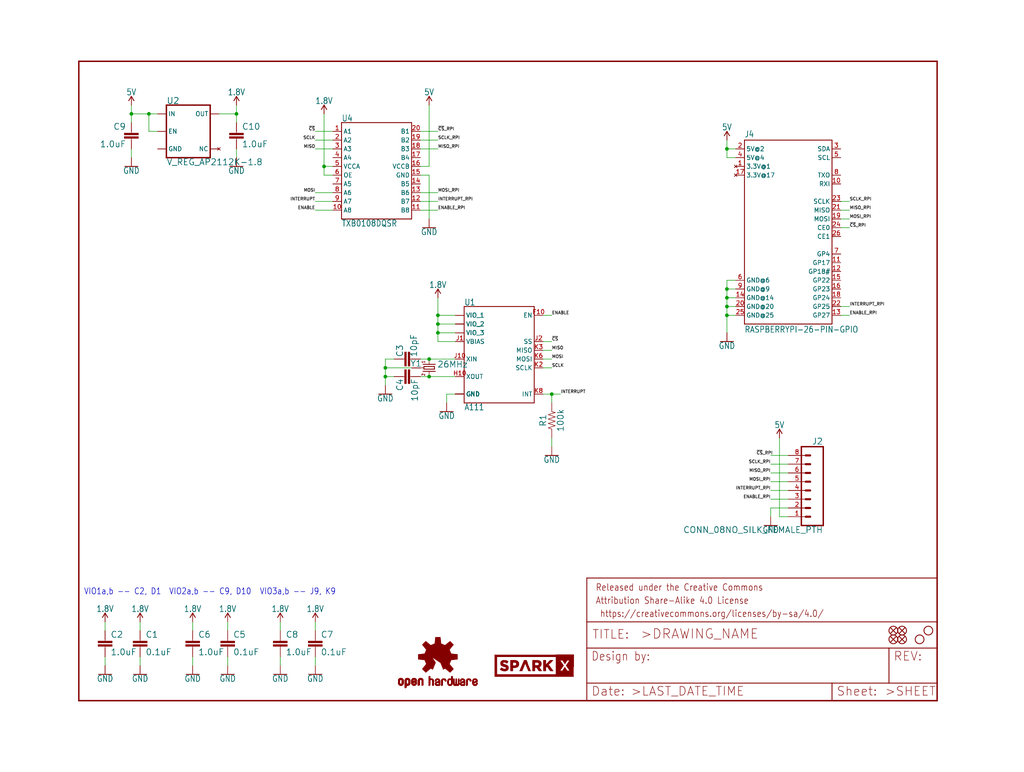
<source format=kicad_sch>
(kicad_sch (version 20211123) (generator eeschema)
  (paper "User" 297.002 223.926)
  (lib_symbols
    (symbol "eagleSchem-eagle-import:0.1UF-0603-25V-(+80{slash}-20%)"
      (property "Reference" "C" (at 1.524 2.921 0))
      (property "Value" "0.1UF-0603-25V-(+80{slash}-20%)" (at 1.524 -2.159 0))
      (symbol "0.1UF-0603-25V-(+80{slash}-20%)_1_0"
        (pin passive line (at 0 5.08 270) (length 2.54) (name "1") (number "1"))
        (pin passive line (at 0 -2.54 90) (length 2.54) (name "2") (number "2"))
      )
    )
    (symbol "eagleSchem-eagle-import:1.0UF-0603-16V-10%"
      (property "Reference" "C" (at 1.524 2.921 0))
      (property "Value" "1.0UF-0603-16V-10%" (at 1.524 -2.159 0))
      (symbol "1.0UF-0603-16V-10%_1_0"
        (pin passive line (at 0 5.08 270) (length 2.54) (name "1") (number "1"))
        (pin passive line (at 0 -2.54 90) (length 2.54) (name "2") (number "2"))
      )
    )
    (symbol "eagleSchem-eagle-import:1.8V" (power)
      (property "Value" "1.8V" (at 0 2.794 0))
      (symbol "1.8V_1_0"
        (pin power_in line (at 0 0 90) (length 2.54) (name "1.8V") (number "1"))
      )
    )
    (symbol "eagleSchem-eagle-import:100KOHM-0603-1{slash}10W-1%"
      (property "Reference" "R" (at 0 1.524 0))
      (property "Value" "100KOHM-0603-1{slash}10W-1%" (at 0 -1.524 0))
      (symbol "100KOHM-0603-1{slash}10W-1%_1_0"
        (pin passive line (at -5.08 0 0) (length 2.54) (name "1") (number "1"))
        (pin passive line (at 5.08 0 180) (length 2.54) (name "2") (number "2"))
      )
    )
    (symbol "eagleSchem-eagle-import:10PF-0603-50V-5%"
      (property "Reference" "C" (at 1.524 2.921 0))
      (property "Value" "10PF-0603-50V-5%" (at 1.524 -2.159 0))
      (symbol "10PF-0603-50V-5%_1_0"
        (pin passive line (at 0 5.08 270) (length 2.54) (name "1") (number "1"))
        (pin passive line (at 0 -2.54 90) (length 2.54) (name "2") (number "2"))
      )
    )
    (symbol "eagleSchem-eagle-import:5V" (power)
      (property "Value" "5V" (at 0 2.794 0))
      (symbol "5V_1_0"
        (pin power_in line (at 0 0 90) (length 2.54) (name "5V") (number "1"))
      )
    )
    (symbol "eagleSchem-eagle-import:A111"
      (property "Reference" "U" (at -10.16 15.494 0))
      (property "Value" "A111" (at -10.16 -12.954 0))
      (symbol "A111_1_0"
        (pin bidirectional line (at -12.7 -10.16 0) (length 2.54) (name "GND") (number "A3"))
        (pin bidirectional line (at -12.7 -10.16 0) (length 2.54) (name "GND") (number "A4"))
        (pin bidirectional line (at -12.7 -10.16 0) (length 2.54) (name "GND") (number "A5"))
        (pin bidirectional line (at -12.7 -10.16 0) (length 2.54) (name "GND") (number "A6"))
        (pin bidirectional line (at -12.7 -10.16 0) (length 2.54) (name "GND") (number "A7"))
        (pin bidirectional line (at -12.7 -10.16 0) (length 2.54) (name "GND") (number "A8"))
        (pin bidirectional line (at -12.7 -10.16 0) (length 2.54) (name "GND") (number "A9"))
        (pin bidirectional line (at -12.7 -10.16 0) (length 2.54) (name "GND") (number "B10"))
        (pin bidirectional line (at -12.7 -10.16 0) (length 2.54) (name "GND") (number "B2"))
        (pin bidirectional line (at -12.7 -10.16 0) (length 2.54) (name "GND") (number "B9"))
        (pin bidirectional line (at -12.7 -10.16 0) (length 2.54) (name "GND") (number "C1"))
        (pin bidirectional line (at -12.7 -10.16 0) (length 2.54) (name "GND") (number "C10"))
        (pin bidirectional line (at -12.7 12.7 0) (length 2.54) (name "VIO_1") (number "C2"))
        (pin bidirectional line (at -12.7 10.16 0) (length 2.54) (name "VIO_2") (number "C9"))
        (pin bidirectional line (at -12.7 12.7 0) (length 2.54) (name "VIO_1") (number "D1"))
        (pin bidirectional line (at -12.7 10.16 0) (length 2.54) (name "VIO_2") (number "D10"))
        (pin bidirectional line (at -12.7 -10.16 0) (length 2.54) (name "GND") (number "D2"))
        (pin bidirectional line (at -12.7 -10.16 0) (length 2.54) (name "GND") (number "D9"))
        (pin bidirectional line (at -12.7 -10.16 0) (length 2.54) (name "GND") (number "E1"))
        (pin bidirectional line (at -12.7 -10.16 0) (length 2.54) (name "GND") (number "E10"))
        (pin bidirectional line (at -12.7 -10.16 0) (length 2.54) (name "GND") (number "E2"))
        (pin bidirectional line (at -12.7 -10.16 0) (length 2.54) (name "GND") (number "E9"))
        (pin bidirectional line (at -12.7 -10.16 0) (length 2.54) (name "GND") (number "F1"))
        (pin bidirectional line (at 12.7 12.7 180) (length 2.54) (name "EN") (number "F10"))
        (pin bidirectional line (at -12.7 -10.16 0) (length 2.54) (name "GND") (number "F2"))
        (pin bidirectional line (at -12.7 -10.16 0) (length 2.54) (name "GND") (number "F9"))
        (pin bidirectional line (at -12.7 -10.16 0) (length 2.54) (name "GND") (number "G1"))
        (pin bidirectional line (at -12.7 -10.16 0) (length 2.54) (name "GND") (number "G10"))
        (pin bidirectional line (at -12.7 -10.16 0) (length 2.54) (name "GND") (number "H1"))
        (pin bidirectional line (at -12.7 -5.08 0) (length 2.54) (name "XOUT") (number "H10"))
        (pin bidirectional line (at -12.7 -10.16 0) (length 2.54) (name "GND") (number "H2"))
        (pin bidirectional line (at -12.7 -10.16 0) (length 2.54) (name "GND") (number "H9"))
        (pin bidirectional line (at -12.7 5.08 0) (length 2.54) (name "VBIAS") (number "J1"))
        (pin bidirectional line (at -12.7 0 0) (length 2.54) (name "XIN") (number "J10"))
        (pin bidirectional line (at 12.7 5.08 180) (length 2.54) (name "SS") (number "J2"))
        (pin bidirectional line (at -12.7 -10.16 0) (length 2.54) (name "GND") (number "J3"))
        (pin bidirectional line (at -12.7 -10.16 0) (length 2.54) (name "GND") (number "J5"))
        (pin bidirectional line (at -12.7 -10.16 0) (length 2.54) (name "GND") (number "J6"))
        (pin bidirectional line (at -12.7 -10.16 0) (length 2.54) (name "GND") (number "J8"))
        (pin bidirectional line (at -12.7 7.62 0) (length 2.54) (name "VIO_3") (number "J9"))
        (pin bidirectional line (at 12.7 -2.54 180) (length 2.54) (name "SCLK") (number "K2"))
        (pin bidirectional line (at 12.7 2.54 180) (length 2.54) (name "MISO") (number "K3"))
        (pin bidirectional line (at -12.7 -10.16 0) (length 2.54) (name "GND") (number "K4"))
        (pin bidirectional line (at -12.7 -10.16 0) (length 2.54) (name "GND") (number "K5"))
        (pin bidirectional line (at 12.7 0 180) (length 2.54) (name "MOSI") (number "K6"))
        (pin bidirectional line (at -12.7 -10.16 0) (length 2.54) (name "GND") (number "K7"))
        (pin bidirectional line (at 12.7 -10.16 180) (length 2.54) (name "INT") (number "K8"))
        (pin bidirectional line (at -12.7 7.62 0) (length 2.54) (name "VIO_3") (number "K9"))
      )
    )
    (symbol "eagleSchem-eagle-import:CONN_08NO_SILK_FEMALE_PTH"
      (property "Reference" "J" (at -5.08 13.208 0))
      (property "Value" "CONN_08NO_SILK_FEMALE_PTH" (at -5.08 -12.446 0))
      (symbol "CONN_08NO_SILK_FEMALE_PTH_1_0"
        (pin passive line (at 5.08 -7.62 180) (length 5.08) (name "1") (number "1"))
        (pin passive line (at 5.08 -5.08 180) (length 5.08) (name "2") (number "2"))
        (pin passive line (at 5.08 -2.54 180) (length 5.08) (name "3") (number "3"))
        (pin passive line (at 5.08 0 180) (length 5.08) (name "4") (number "4"))
        (pin passive line (at 5.08 2.54 180) (length 5.08) (name "5") (number "5"))
        (pin passive line (at 5.08 5.08 180) (length 5.08) (name "6") (number "6"))
        (pin passive line (at 5.08 7.62 180) (length 5.08) (name "7") (number "7"))
        (pin passive line (at 5.08 10.16 180) (length 5.08) (name "8") (number "8"))
      )
    )
    (symbol "eagleSchem-eagle-import:CRYSTAL-26MHZSMD-3.2X2.5"
      (property "Reference" "Y" (at -1.27 -1.524 0))
      (property "Value" "CRYSTAL-26MHZSMD-3.2X2.5" (at 1.524 -1.524 0))
      (symbol "CRYSTAL-26MHZSMD-3.2X2.5_1_0"
        (text "1" (at -2.159 -1.143 0) (effects (font (size 0.8636 0.734)) (justify left bottom)))
        (text "2" (at 1.524 -1.143 0) (effects (font (size 0.8636 0.734)) (justify left bottom)))
        (pin passive line (at -2.54 0 0) (length 0) (name "1") (number "1"))
        (pin passive line (at 0 -5.08 90) (length 2.54) (name "3") (number "2"))
        (pin passive line (at 2.54 0 180) (length 0) (name "2") (number "3"))
        (pin passive line (at 0 -5.08 90) (length 2.54) (name "3") (number "4"))
      )
    )
    (symbol "eagleSchem-eagle-import:FIDUCIALUFIDUCIAL")
    (symbol "eagleSchem-eagle-import:FRAME-LETTER"
      (symbol "FRAME-LETTER_2_0"
        (text " https://creativecommons.org/licenses/by-sa/4.0/" (at 2.54 24.13 0) (effects (font (size 1.9304 1.6408)) (justify left bottom)))
        (text ">DRAWING_NAME" (at 15.494 17.78 0) (effects (font (size 2.7432 2.7432)) (justify left bottom)))
        (text ">LAST_DATE_TIME" (at 12.7 1.27 0) (effects (font (size 2.54 2.54)) (justify left bottom)))
        (text ">SHEET" (at 86.36 1.27 0) (effects (font (size 2.54 2.54)) (justify left bottom)))
        (text "Attribution Share-Alike 4.0 License" (at 2.54 27.94 0) (effects (font (size 1.9304 1.6408)) (justify left bottom)))
        (text "Date:" (at 1.27 1.27 0) (effects (font (size 2.54 2.54)) (justify left bottom)))
        (text "Design by:" (at 1.27 11.43 0) (effects (font (size 2.54 2.159)) (justify left bottom)))
        (text "Released under the Creative Commons" (at 2.54 31.75 0) (effects (font (size 1.9304 1.6408)) (justify left bottom)))
        (text "REV:" (at 88.9 11.43 0) (effects (font (size 2.54 2.54)) (justify left bottom)))
        (text "Sheet:" (at 72.39 1.27 0) (effects (font (size 2.54 2.54)) (justify left bottom)))
        (text "TITLE:" (at 1.524 17.78 0) (effects (font (size 2.54 2.54)) (justify left bottom)))
      )
    )
    (symbol "eagleSchem-eagle-import:GND" (power)
      (property "Value" "GND" (at 0 -0.254 0))
      (symbol "GND_1_0"
        (pin power_in line (at 0 2.54 270) (length 2.54) (name "GND") (number "1"))
      )
    )
    (symbol "eagleSchem-eagle-import:OSHW-LOGOM")
    (symbol "eagleSchem-eagle-import:RASPBERRYPI-26-PIN-GPIO"
      (property "Reference" "J" (at -12.7 28.702 0))
      (property "Value" "RASPBERRYPI-26-PIN-GPIO" (at -12.7 -27.94 0))
      (symbol "RASPBERRYPI-26-PIN-GPIO_1_0"
        (pin no_connect line (at -15.24 20.32 0) (length 2.54) (name "3.3V@1") (number "1"))
        (pin input line (at 15.24 15.24 180) (length 2.54) (name "RXI") (number "10"))
        (pin bidirectional line (at 15.24 -7.62 180) (length 2.54) (name "GP17") (number "11"))
        (pin bidirectional line (at 15.24 -10.16 180) (length 2.54) (name "GP18#") (number "12"))
        (pin bidirectional line (at 15.24 -22.86 180) (length 2.54) (name "GP27") (number "13"))
        (pin power_in line (at -15.24 -17.78 0) (length 2.54) (name "GND@14") (number "14"))
        (pin bidirectional line (at 15.24 -12.7 180) (length 2.54) (name "GP22") (number "15"))
        (pin bidirectional line (at 15.24 -15.24 180) (length 2.54) (name "GP23") (number "16"))
        (pin no_connect line (at -15.24 17.78 0) (length 2.54) (name "3.3V@17") (number "17"))
        (pin bidirectional line (at 15.24 -17.78 180) (length 2.54) (name "GP24") (number "18"))
        (pin output line (at 15.24 5.08 180) (length 2.54) (name "MOSI") (number "19"))
        (pin power_in line (at -15.24 25.4 0) (length 2.54) (name "5V@2") (number "2"))
        (pin power_in line (at -15.24 -20.32 0) (length 2.54) (name "GND@20") (number "20"))
        (pin input line (at 15.24 7.62 180) (length 2.54) (name "MISO") (number "21"))
        (pin bidirectional line (at 15.24 -20.32 180) (length 2.54) (name "GP25") (number "22"))
        (pin output line (at 15.24 10.16 180) (length 2.54) (name "SCLK") (number "23"))
        (pin output line (at 15.24 2.54 180) (length 2.54) (name "CE0") (number "24"))
        (pin power_in line (at -15.24 -22.86 0) (length 2.54) (name "GND@25") (number "25"))
        (pin output line (at 15.24 0 180) (length 2.54) (name "CE1") (number "26"))
        (pin bidirectional line (at 15.24 25.4 180) (length 2.54) (name "SDA") (number "3"))
        (pin power_in line (at -15.24 22.86 0) (length 2.54) (name "5V@4") (number "4"))
        (pin bidirectional line (at 15.24 22.86 180) (length 2.54) (name "SCL") (number "5"))
        (pin power_in line (at -15.24 -12.7 0) (length 2.54) (name "GND@6") (number "6"))
        (pin bidirectional line (at 15.24 -5.08 180) (length 2.54) (name "GP4") (number "7"))
        (pin output line (at 15.24 17.78 180) (length 2.54) (name "TXO") (number "8"))
        (pin power_in line (at -15.24 -15.24 0) (length 2.54) (name "GND@9") (number "9"))
      )
    )
    (symbol "eagleSchem-eagle-import:SPARKX-LOGO5")
    (symbol "eagleSchem-eagle-import:STAND-OFF")
    (symbol "eagleSchem-eagle-import:TXB0108"
      (property "Reference" "U" (at -10.16 13.97 0))
      (property "Value" "TXB0108" (at -10.16 -16.51 0))
      (symbol "TXB0108_1_0"
        (pin bidirectional line (at -12.7 10.16 0) (length 2.54) (name "A1") (number "1"))
        (pin bidirectional line (at -12.7 -12.7 0) (length 2.54) (name "A8") (number "10"))
        (pin bidirectional line (at 12.7 -12.7 180) (length 2.54) (name "B8") (number "11"))
        (pin bidirectional line (at 12.7 -10.16 180) (length 2.54) (name "B7") (number "12"))
        (pin bidirectional line (at 12.7 -7.62 180) (length 2.54) (name "B6") (number "13"))
        (pin bidirectional line (at 12.7 -5.08 180) (length 2.54) (name "B5") (number "14"))
        (pin bidirectional line (at 12.7 -2.54 180) (length 2.54) (name "GND") (number "15"))
        (pin bidirectional line (at 12.7 0 180) (length 2.54) (name "VCCB") (number "16"))
        (pin bidirectional line (at 12.7 2.54 180) (length 2.54) (name "B4") (number "17"))
        (pin bidirectional line (at 12.7 5.08 180) (length 2.54) (name "B3") (number "18"))
        (pin bidirectional line (at 12.7 7.62 180) (length 2.54) (name "B2") (number "19"))
        (pin bidirectional line (at -12.7 7.62 0) (length 2.54) (name "A2") (number "2"))
        (pin bidirectional line (at 12.7 10.16 180) (length 2.54) (name "B1") (number "20"))
        (pin bidirectional line (at -12.7 5.08 0) (length 2.54) (name "A3") (number "3"))
        (pin bidirectional line (at -12.7 2.54 0) (length 2.54) (name "A4") (number "4"))
        (pin bidirectional line (at -12.7 0 0) (length 2.54) (name "VCCA") (number "5"))
        (pin bidirectional line (at -12.7 -2.54 0) (length 2.54) (name "OE") (number "6"))
        (pin bidirectional line (at -12.7 -5.08 0) (length 2.54) (name "A5") (number "7"))
        (pin bidirectional line (at -12.7 -7.62 0) (length 2.54) (name "A6") (number "8"))
        (pin bidirectional line (at -12.7 -10.16 0) (length 2.54) (name "A7") (number "9"))
      )
    )
    (symbol "eagleSchem-eagle-import:V_REG_AP2112K-1.8"
      (property "Reference" "U" (at -7.62 7.874 0))
      (property "Value" "V_REG_AP2112K-1.8" (at -7.62 -7.874 0))
      (symbol "V_REG_AP2112K-1.8_1_0"
        (pin input line (at -10.16 5.08 0) (length 2.54) (name "IN") (number "1"))
        (pin input line (at -10.16 -5.08 0) (length 2.54) (name "GND") (number "2"))
        (pin input line (at -10.16 0 0) (length 2.54) (name "EN") (number "3"))
        (pin no_connect line (at 7.62 -5.08 180) (length 2.54) (name "NC") (number "4"))
        (pin passive line (at 7.62 5.08 180) (length 2.54) (name "OUT") (number "5"))
      )
    )
  )
  (junction (at 127 91.44))
  (junction (at 68.58 33.02))
  (junction (at 160.02 114.3))
  (junction (at 210.82 43.18))
  (junction (at 127 93.98))
  (junction (at 111.76 109.22))
  (junction (at 210.82 88.9))
  (junction (at 38.1 33.02))
  (junction (at 111.76 106.68))
  (junction (at 124.46 109.22))
  (junction (at 210.82 91.44))
  (junction (at 93.98 48.26))
  (junction (at 43.18 33.02))
  (junction (at 210.82 86.36))
  (junction (at 210.82 83.82))
  (junction (at 127 96.52))
  (junction (at 124.46 104.14))
  (wire (pts (xy 124.46 50.8) (xy 124.46 63.5)))
  (wire (pts (xy 96.52 48.26) (xy 93.98 48.26)))
  (wire (pts (xy 81.28 180.34) (xy 81.28 182.88)))
  (wire (pts (xy 124.46 104.14) (xy 132.08 104.14)))
  (wire (pts (xy 157.48 114.3) (xy 160.02 114.3)))
  (wire (pts (xy 213.36 88.9) (xy 210.82 88.9)))
  (wire (pts (xy 38.1 33.02) (xy 38.1 30.48)))
  (wire (pts (xy 210.82 45.72) (xy 210.82 43.18)))
  (wire (pts (xy 210.82 81.28) (xy 210.82 83.82)))
  (wire (pts (xy 210.82 88.9) (xy 210.82 91.44)))
  (wire (pts (xy 226.06 149.86) (xy 226.06 127)))
  (wire (pts (xy 127 99.06) (xy 127 96.52)))
  (wire (pts (xy 55.88 193.04) (xy 55.88 190.5)))
  (wire (pts (xy 127 91.44) (xy 127 86.36)))
  (wire (pts (xy 223.52 132.08) (xy 228.6 132.08)))
  (wire (pts (xy 243.84 66.04) (xy 246.38 66.04)))
  (wire (pts (xy 119.38 106.68) (xy 111.76 106.68)))
  (wire (pts (xy 30.48 180.34) (xy 30.48 182.88)))
  (wire (pts (xy 132.08 99.06) (xy 127 99.06)))
  (wire (pts (xy 157.48 99.06) (xy 160.02 99.06)))
  (wire (pts (xy 223.52 142.24) (xy 228.6 142.24)))
  (wire (pts (xy 157.48 91.44) (xy 160.02 91.44)))
  (wire (pts (xy 30.48 193.04) (xy 30.48 190.5)))
  (wire (pts (xy 124.46 109.22) (xy 121.92 109.22)))
  (wire (pts (xy 210.82 83.82) (xy 210.82 86.36)))
  (wire (pts (xy 223.52 137.16) (xy 228.6 137.16)))
  (wire (pts (xy 111.76 104.14) (xy 111.76 106.68)))
  (wire (pts (xy 43.18 33.02) (xy 45.72 33.02)))
  (wire (pts (xy 121.92 38.1) (xy 127 38.1)))
  (wire (pts (xy 160.02 116.84) (xy 160.02 114.3)))
  (wire (pts (xy 124.46 48.26) (xy 124.46 30.48)))
  (wire (pts (xy 228.6 149.86) (xy 226.06 149.86)))
  (wire (pts (xy 68.58 33.02) (xy 68.58 30.48)))
  (wire (pts (xy 121.92 40.64) (xy 127 40.64)))
  (wire (pts (xy 68.58 35.56) (xy 68.58 33.02)))
  (wire (pts (xy 45.72 38.1) (xy 43.18 38.1)))
  (wire (pts (xy 38.1 45.72) (xy 38.1 43.18)))
  (wire (pts (xy 157.48 104.14) (xy 160.02 104.14)))
  (wire (pts (xy 68.58 45.72) (xy 68.58 43.18)))
  (wire (pts (xy 243.84 91.44) (xy 246.38 91.44)))
  (wire (pts (xy 124.46 104.14) (xy 121.92 104.14)))
  (wire (pts (xy 111.76 106.68) (xy 111.76 109.22)))
  (wire (pts (xy 43.18 38.1) (xy 43.18 33.02)))
  (wire (pts (xy 43.18 33.02) (xy 38.1 33.02)))
  (wire (pts (xy 213.36 86.36) (xy 210.82 86.36)))
  (wire (pts (xy 96.52 60.96) (xy 91.44 60.96)))
  (wire (pts (xy 129.54 114.3) (xy 132.08 114.3)))
  (wire (pts (xy 132.08 96.52) (xy 127 96.52)))
  (wire (pts (xy 210.82 43.18) (xy 210.82 40.64)))
  (wire (pts (xy 121.92 50.8) (xy 124.46 50.8)))
  (wire (pts (xy 96.52 50.8) (xy 93.98 50.8)))
  (wire (pts (xy 132.08 91.44) (xy 127 91.44)))
  (wire (pts (xy 63.5 33.02) (xy 68.58 33.02)))
  (wire (pts (xy 132.08 93.98) (xy 127 93.98)))
  (wire (pts (xy 93.98 48.26) (xy 93.98 33.02)))
  (wire (pts (xy 160.02 129.54) (xy 160.02 127)))
  (wire (pts (xy 111.76 109.22) (xy 111.76 111.76)))
  (wire (pts (xy 121.92 58.42) (xy 127 58.42)))
  (wire (pts (xy 129.54 116.84) (xy 129.54 114.3)))
  (wire (pts (xy 121.92 43.18) (xy 127 43.18)))
  (wire (pts (xy 243.84 58.42) (xy 246.38 58.42)))
  (wire (pts (xy 40.64 180.34) (xy 40.64 182.88)))
  (wire (pts (xy 124.46 109.22) (xy 132.08 109.22)))
  (wire (pts (xy 38.1 33.02) (xy 38.1 35.56)))
  (wire (pts (xy 91.44 180.34) (xy 91.44 182.88)))
  (wire (pts (xy 223.52 139.7) (xy 228.6 139.7)))
  (wire (pts (xy 81.28 193.04) (xy 81.28 190.5)))
  (wire (pts (xy 121.92 55.88) (xy 127 55.88)))
  (wire (pts (xy 213.36 83.82) (xy 210.82 83.82)))
  (wire (pts (xy 213.36 81.28) (xy 210.82 81.28)))
  (wire (pts (xy 96.52 43.18) (xy 91.44 43.18)))
  (wire (pts (xy 210.82 86.36) (xy 210.82 88.9)))
  (wire (pts (xy 157.48 106.68) (xy 160.02 106.68)))
  (wire (pts (xy 55.88 180.34) (xy 55.88 182.88)))
  (wire (pts (xy 127 96.52) (xy 127 93.98)))
  (wire (pts (xy 121.92 60.96) (xy 127 60.96)))
  (wire (pts (xy 66.04 180.34) (xy 66.04 182.88)))
  (wire (pts (xy 223.52 147.32) (xy 228.6 147.32)))
  (wire (pts (xy 243.84 60.96) (xy 246.38 60.96)))
  (wire (pts (xy 157.48 101.6) (xy 160.02 101.6)))
  (wire (pts (xy 96.52 55.88) (xy 91.44 55.88)))
  (wire (pts (xy 210.82 91.44) (xy 210.82 96.52)))
  (wire (pts (xy 40.64 193.04) (xy 40.64 190.5)))
  (wire (pts (xy 114.3 104.14) (xy 111.76 104.14)))
  (wire (pts (xy 96.52 40.64) (xy 91.44 40.64)))
  (wire (pts (xy 213.36 45.72) (xy 210.82 45.72)))
  (wire (pts (xy 243.84 63.5) (xy 246.38 63.5)))
  (wire (pts (xy 213.36 91.44) (xy 210.82 91.44)))
  (wire (pts (xy 114.3 109.22) (xy 111.76 109.22)))
  (wire (pts (xy 96.52 38.1) (xy 91.44 38.1)))
  (wire (pts (xy 160.02 114.3) (xy 162.56 114.3)))
  (wire (pts (xy 223.52 134.62) (xy 228.6 134.62)))
  (wire (pts (xy 223.52 144.78) (xy 228.6 144.78)))
  (wire (pts (xy 243.84 88.9) (xy 246.38 88.9)))
  (wire (pts (xy 127 93.98) (xy 127 91.44)))
  (wire (pts (xy 66.04 193.04) (xy 66.04 190.5)))
  (wire (pts (xy 121.92 48.26) (xy 124.46 48.26)))
  (wire (pts (xy 223.52 149.86) (xy 223.52 147.32)))
  (wire (pts (xy 93.98 50.8) (xy 93.98 48.26)))
  (wire (pts (xy 91.44 193.04) (xy 91.44 190.5)))
  (wire (pts (xy 96.52 58.42) (xy 91.44 58.42)))
  (wire (pts (xy 213.36 43.18) (xy 210.82 43.18)))
  (text "VIO3a,b -- J9, K9" (at 86.36 172.72 180) (effects (font (size 1.778 1.5113)) (justify bottom)))
  (text "VIO2a,b -- C9, D10" (at 60.96 172.72 180) (effects (font (size 1.778 1.5113)) (justify bottom)))
  (text "VIO1a,b -- C2, D1" (at 35.56 172.72 180) (effects (font (size 1.778 1.5113)) (justify bottom)))
  (label "INTERRUPT" (at 162.56 114.3 0) (effects (font (size 0.889 0.889))))
  (label "~{CS}" (at 91.44 38.1 180) (effects (font (size 0.889 0.889))))
  (label "~{CS}" (at 160.02 99.06 0) (effects (font (size 0.889 0.889))))
  (label "ENABLE" (at 91.44 60.96 180) (effects (font (size 0.889 0.889))))
  (label "INTERRUPT_RPI" (at 127 58.42 0) (effects (font (size 0.889 0.889))))
  (label "SCLK" (at 160.02 106.68 0) (effects (font (size 0.889 0.889))))
  (label "ENABLE" (at 160.02 91.44 0) (effects (font (size 0.889 0.889))))
  (label "MOSI" (at 91.44 55.88 180) (effects (font (size 0.889 0.889))))
  (label "SCLK" (at 91.44 40.64 180) (effects (font (size 0.889 0.889))))
  (label "INTERRUPT_RPI" (at 223.52 142.24 180) (effects (font (size 0.889 0.889))))
  (label "ENABLE_RPI" (at 223.52 144.78 180) (effects (font (size 0.889 0.889))))
  (label "MOSI" (at 160.02 104.14 0) (effects (font (size 0.889 0.889))))
  (label "MOSI_RPI" (at 127 55.88 0) (effects (font (size 0.889 0.889))))
  (label "SCLK_RPI" (at 127 40.64 0) (effects (font (size 0.889 0.889))))
  (label "MISO_RPI" (at 127 43.18 0) (effects (font (size 0.889 0.889))))
  (label "INTERRUPT" (at 91.44 58.42 180) (effects (font (size 0.889 0.889))))
  (label "MISO_RPI" (at 246.38 60.96 0) (effects (font (size 0.889 0.889))))
  (label "SCLK_RPI" (at 246.38 58.42 0) (effects (font (size 0.889 0.889))))
  (label "MISO" (at 91.44 43.18 180) (effects (font (size 0.889 0.889))))
  (label "MISO_RPI" (at 223.52 137.16 180) (effects (font (size 0.889 0.889))))
  (label "SCLK_RPI" (at 223.52 134.62 180) (effects (font (size 0.889 0.889))))
  (label "MOSI_RPI" (at 223.52 139.7 180) (effects (font (size 0.889 0.889))))
  (label "MOSI_RPI" (at 246.38 63.5 0) (effects (font (size 0.889 0.889))))
  (label "INTERRUPT_RPI" (at 246.38 88.9 0) (effects (font (size 0.889 0.889))))
  (label "~{CS}_RPI" (at 246.38 66.04 0) (effects (font (size 0.889 0.889))))
  (label "~{CS}_RPI" (at 127 38.1 0) (effects (font (size 0.889 0.889))))
  (label "ENABLE_RPI" (at 127 60.96 0) (effects (font (size 0.889 0.889))))
  (label "ENABLE_RPI" (at 246.38 91.44 0) (effects (font (size 0.889 0.889))))
  (label "MISO" (at 160.02 101.6 0) (effects (font (size 0.889 0.889))))
  (label "~{CS}_RPI" (at 224.155 132.08 180) (effects (font (size 0.889 0.889))))
  (symbol (lib_id "eagleSchem-eagle-import:1.8V") (at 91.44 180.34 0) (unit 1)
    (property "Reference" "#SUPPLY7" (effects hide))
    (property "Value" "1.8V" (at 91.44 177.546 0) (effects (font (size 1.778 1.5113)) (justify bottom)))
    (property "Footprint" "eagleSchem:" (effects hide))
  )
  (symbol (lib_id "eagleSchem-eagle-import:FIDUCIALUFIDUCIAL") (at 259.08 185.42 0) (unit 1)
    (property "Reference" "FD2" (effects hide))
    (property "Value" "FIDUCIALUFIDUCIAL" (effects hide))
    (property "Footprint" "eagleSchem:FIDUCIAL-MICRO" (effects hide))
  )
  (symbol (lib_id "eagleSchem-eagle-import:1.0UF-0603-16V-10%") (at 68.58 40.64 0) (unit 1)
    (property "Reference" "C10" (at 70.104 37.719 0) (effects (font (size 1.778 1.778)) (justify left bottom)))
    (property "Value" "1.0uF" (at 70.104 42.799 0) (effects (font (size 1.778 1.778)) (justify left bottom)))
    (property "Footprint" "eagleSchem:0603" (effects hide))
  )
  (symbol (lib_id "eagleSchem-eagle-import:A111") (at 144.78 104.14 0) (unit 1)
    (property "Reference" "U1" (at 134.62 88.646 0) (effects (font (size 1.778 1.5113)) (justify left bottom)))
    (property "Value" "A111" (at 134.62 117.094 0) (effects (font (size 1.778 1.5113)) (justify left top)))
    (property "Footprint" "eagleSchem:A111" (effects hide))
  )
  (symbol (lib_id "eagleSchem-eagle-import:GND") (at 66.04 195.58 0) (unit 1)
    (property "Reference" "#GND6" (effects hide))
    (property "Value" "GND" (at 66.04 195.834 0) (effects (font (size 1.778 1.5113)) (justify top)))
    (property "Footprint" "eagleSchem:" (effects hide))
  )
  (symbol (lib_id "eagleSchem-eagle-import:GND") (at 55.88 195.58 0) (unit 1)
    (property "Reference" "#GND5" (effects hide))
    (property "Value" "GND" (at 55.88 195.834 0) (effects (font (size 1.778 1.5113)) (justify top)))
    (property "Footprint" "eagleSchem:" (effects hide))
  )
  (symbol (lib_id "eagleSchem-eagle-import:GND") (at 223.52 152.4 0) (unit 1)
    (property "Reference" "#GND10" (effects hide))
    (property "Value" "GND" (at 223.52 152.654 0) (effects (font (size 1.778 1.5113)) (justify top)))
    (property "Footprint" "eagleSchem:" (effects hide))
  )
  (symbol (lib_id "eagleSchem-eagle-import:FIDUCIALUFIDUCIAL") (at 259.08 182.88 0) (unit 1)
    (property "Reference" "FD3" (effects hide))
    (property "Value" "FIDUCIALUFIDUCIAL" (effects hide))
    (property "Footprint" "eagleSchem:FIDUCIAL-MICRO" (effects hide))
  )
  (symbol (lib_id "eagleSchem-eagle-import:RASPBERRYPI-26-PIN-GPIO") (at 228.6 68.58 0) (unit 1)
    (property "Reference" "J4" (at 215.9 39.878 0) (effects (font (size 1.778 1.5113)) (justify left bottom)))
    (property "Value" "RASPBERRYPI-26-PIN-GPIO" (at 215.9 96.52 0) (effects (font (size 1.778 1.5113)) (justify left bottom)))
    (property "Footprint" "eagleSchem:2X13" (effects hide))
  )
  (symbol (lib_id "eagleSchem-eagle-import:V_REG_AP2112K-1.8") (at 55.88 38.1 0) (unit 1)
    (property "Reference" "U2" (at 48.26 30.226 0) (effects (font (size 1.778 1.778)) (justify left bottom)))
    (property "Value" "V_REG_AP2112K-1.8" (at 48.26 45.974 0) (effects (font (size 1.778 1.778)) (justify left top)))
    (property "Footprint" "eagleSchem:SOT23-5" (effects hide))
  )
  (symbol (lib_id "eagleSchem-eagle-import:1.8V") (at 81.28 180.34 0) (unit 1)
    (property "Reference" "#SUPPLY6" (effects hide))
    (property "Value" "1.8V" (at 81.28 177.546 0) (effects (font (size 1.778 1.5113)) (justify bottom)))
    (property "Footprint" "eagleSchem:" (effects hide))
  )
  (symbol (lib_id "eagleSchem-eagle-import:1.0UF-0603-16V-10%") (at 81.28 187.96 0) (unit 1)
    (property "Reference" "C8" (at 82.804 185.039 0) (effects (font (size 1.778 1.778)) (justify left bottom)))
    (property "Value" "1.0uF" (at 82.804 190.119 0) (effects (font (size 1.778 1.778)) (justify left bottom)))
    (property "Footprint" "eagleSchem:0603" (effects hide))
  )
  (symbol (lib_id "eagleSchem-eagle-import:5V") (at 226.06 127 0) (unit 1)
    (property "Reference" "#SUPPLY8" (effects hide))
    (property "Value" "5V" (at 226.06 124.206 0) (effects (font (size 1.778 1.5113)) (justify bottom)))
    (property "Footprint" "eagleSchem:" (effects hide))
  )
  (symbol (lib_id "eagleSchem-eagle-import:SPARKX-LOGO5") (at 154.94 193.04 0) (unit 1)
    (property "Reference" "LOGO1" (effects hide))
    (property "Value" "SPARKX-LOGO5" (effects hide))
    (property "Footprint" "eagleSchem:SPARKX-LARGE" (effects hide))
  )
  (symbol (lib_id "eagleSchem-eagle-import:1.8V") (at 66.04 180.34 0) (unit 1)
    (property "Reference" "#SUPPLY5" (effects hide))
    (property "Value" "1.8V" (at 66.04 177.546 0) (effects (font (size 1.778 1.5113)) (justify bottom)))
    (property "Footprint" "eagleSchem:" (effects hide))
  )
  (symbol (lib_id "eagleSchem-eagle-import:FRAME-LETTER") (at 22.86 203.2 0) (unit 1)
    (property "Reference" "FRAME1" (effects hide))
    (property "Value" "FRAME-LETTER" (effects hide))
    (property "Footprint" "eagleSchem:CREATIVE_COMMONS" (effects hide))
  )
  (symbol (lib_id "eagleSchem-eagle-import:1.8V") (at 68.58 30.48 0) (unit 1)
    (property "Reference" "#SUPPLY10" (effects hide))
    (property "Value" "1.8V" (at 68.58 27.686 0) (effects (font (size 1.778 1.5113)) (justify bottom)))
    (property "Footprint" "eagleSchem:" (effects hide))
  )
  (symbol (lib_id "eagleSchem-eagle-import:1.0UF-0603-16V-10%") (at 55.88 187.96 0) (unit 1)
    (property "Reference" "C6" (at 57.404 185.039 0) (effects (font (size 1.778 1.778)) (justify left bottom)))
    (property "Value" "1.0uF" (at 57.404 190.119 0) (effects (font (size 1.778 1.778)) (justify left bottom)))
    (property "Footprint" "eagleSchem:0603" (effects hide))
  )
  (symbol (lib_id "eagleSchem-eagle-import:1.8V") (at 30.48 180.34 0) (unit 1)
    (property "Reference" "#SUPPLY2" (effects hide))
    (property "Value" "1.8V" (at 30.48 177.546 0) (effects (font (size 1.778 1.5113)) (justify bottom)))
    (property "Footprint" "eagleSchem:" (effects hide))
  )
  (symbol (lib_id "eagleSchem-eagle-import:STAND-OFF") (at 269.24 182.88 0) (unit 1)
    (property "Reference" "H1" (effects hide))
    (property "Value" "STAND-OFF" (effects hide))
    (property "Footprint" "eagleSchem:STAND-OFF" (effects hide))
  )
  (symbol (lib_id "eagleSchem-eagle-import:0.1UF-0603-25V-(+80{slash}-20%)") (at 66.04 187.96 0) (unit 1)
    (property "Reference" "C5" (at 67.564 185.039 0) (effects (font (size 1.778 1.778)) (justify left bottom)))
    (property "Value" "0.1uF" (at 67.564 190.119 0) (effects (font (size 1.778 1.778)) (justify left bottom)))
    (property "Footprint" "eagleSchem:0603" (effects hide))
  )
  (symbol (lib_id "eagleSchem-eagle-import:0.1UF-0603-25V-(+80{slash}-20%)") (at 91.44 187.96 0) (unit 1)
    (property "Reference" "C7" (at 92.964 185.039 0) (effects (font (size 1.778 1.778)) (justify left bottom)))
    (property "Value" "0.1uF" (at 92.964 190.119 0) (effects (font (size 1.778 1.778)) (justify left bottom)))
    (property "Footprint" "eagleSchem:0603" (effects hide))
  )
  (symbol (lib_id "eagleSchem-eagle-import:FIDUCIALUFIDUCIAL") (at 261.62 185.42 0) (unit 1)
    (property "Reference" "FD1" (effects hide))
    (property "Value" "FIDUCIALUFIDUCIAL" (effects hide))
    (property "Footprint" "eagleSchem:FIDUCIAL-MICRO" (effects hide))
  )
  (symbol (lib_id "eagleSchem-eagle-import:GND") (at 210.82 99.06 0) (unit 1)
    (property "Reference" "#GND14" (effects hide))
    (property "Value" "GND" (at 210.82 99.314 0) (effects (font (size 1.778 1.5113)) (justify top)))
    (property "Footprint" "eagleSchem:" (effects hide))
  )
  (symbol (lib_id "eagleSchem-eagle-import:10PF-0603-50V-5%") (at 119.38 109.22 90) (unit 1)
    (property "Reference" "C4" (at 116.967 109.728 0) (effects (font (size 1.778 1.778)) (justify right bottom)))
    (property "Value" "10pF" (at 119.253 109.728 0) (effects (font (size 1.778 1.778)) (justify right top)))
    (property "Footprint" "eagleSchem:0603" (effects hide))
  )
  (symbol (lib_id "eagleSchem-eagle-import:GND") (at 160.02 132.08 0) (unit 1)
    (property "Reference" "#GND9" (effects hide))
    (property "Value" "GND" (at 160.02 132.334 0) (effects (font (size 1.778 1.5113)) (justify top)))
    (property "Footprint" "eagleSchem:" (effects hide))
  )
  (symbol (lib_id "eagleSchem-eagle-import:GND") (at 68.58 48.26 0) (unit 1)
    (property "Reference" "#GND12" (effects hide))
    (property "Value" "GND" (at 68.58 48.514 0) (effects (font (size 1.778 1.5113)) (justify top)))
    (property "Footprint" "eagleSchem:" (effects hide))
  )
  (symbol (lib_id "eagleSchem-eagle-import:1.8V") (at 127 86.36 0) (unit 1)
    (property "Reference" "#SUPPLY1" (effects hide))
    (property "Value" "1.8V" (at 127 83.566 0) (effects (font (size 1.778 1.5113)) (justify bottom)))
    (property "Footprint" "eagleSchem:" (effects hide))
  )
  (symbol (lib_id "eagleSchem-eagle-import:STAND-OFF") (at 266.7 185.42 0) (unit 1)
    (property "Reference" "H2" (effects hide))
    (property "Value" "STAND-OFF" (effects hide))
    (property "Footprint" "eagleSchem:STAND-OFF" (effects hide))
  )
  (symbol (lib_id "eagleSchem-eagle-import:GND") (at 81.28 195.58 0) (unit 1)
    (property "Reference" "#GND7" (effects hide))
    (property "Value" "GND" (at 81.28 195.834 0) (effects (font (size 1.778 1.5113)) (justify top)))
    (property "Footprint" "eagleSchem:" (effects hide))
  )
  (symbol (lib_id "eagleSchem-eagle-import:GND") (at 129.54 119.38 0) (unit 1)
    (property "Reference" "#GND1" (effects hide))
    (property "Value" "GND" (at 129.54 119.634 0) (effects (font (size 1.778 1.5113)) (justify top)))
    (property "Footprint" "eagleSchem:" (effects hide))
  )
  (symbol (lib_id "eagleSchem-eagle-import:CRYSTAL-26MHZSMD-3.2X2.5") (at 124.46 106.68 270) (unit 1)
    (property "Reference" "Y1" (at 122.428 106.426 90) (effects (font (size 1.778 1.778)) (justify right bottom)))
    (property "Value" "26MHz" (at 126.746 106.68 90) (effects (font (size 1.778 1.778)) (justify left bottom)))
    (property "Footprint" "eagleSchem:CRYSTAL-SMD-3.2X2.5MM" (effects hide))
  )
  (symbol (lib_id "eagleSchem-eagle-import:1.8V") (at 40.64 180.34 0) (unit 1)
    (property "Reference" "#SUPPLY3" (effects hide))
    (property "Value" "1.8V" (at 40.64 177.546 0) (effects (font (size 1.778 1.5113)) (justify bottom)))
    (property "Footprint" "eagleSchem:" (effects hide))
  )
  (symbol (lib_id "eagleSchem-eagle-import:FRAME-LETTER") (at 170.18 203.2 0) (unit 2)
    (property "Reference" "FRAME1" (effects hide))
    (property "Value" "FRAME-LETTER" (effects hide))
    (property "Footprint" "eagleSchem:CREATIVE_COMMONS" (effects hide))
  )
  (symbol (lib_id "eagleSchem-eagle-import:GND") (at 91.44 195.58 0) (unit 1)
    (property "Reference" "#GND8" (effects hide))
    (property "Value" "GND" (at 91.44 195.834 0) (effects (font (size 1.778 1.5113)) (justify top)))
    (property "Footprint" "eagleSchem:" (effects hide))
  )
  (symbol (lib_id "eagleSchem-eagle-import:1.0UF-0603-16V-10%") (at 30.48 187.96 0) (unit 1)
    (property "Reference" "C2" (at 32.004 185.039 0) (effects (font (size 1.778 1.778)) (justify left bottom)))
    (property "Value" "1.0uF" (at 32.004 190.119 0) (effects (font (size 1.778 1.778)) (justify left bottom)))
    (property "Footprint" "eagleSchem:0603" (effects hide))
  )
  (symbol (lib_id "eagleSchem-eagle-import:1.8V") (at 55.88 180.34 0) (unit 1)
    (property "Reference" "#SUPPLY4" (effects hide))
    (property "Value" "1.8V" (at 55.88 177.546 0) (effects (font (size 1.778 1.5113)) (justify bottom)))
    (property "Footprint" "eagleSchem:" (effects hide))
  )
  (symbol (lib_id "eagleSchem-eagle-import:100KOHM-0603-1{slash}10W-1%") (at 160.02 121.92 90) (unit 1)
    (property "Reference" "R1" (at 158.496 121.92 0) (effects (font (size 1.778 1.778)) (justify bottom)))
    (property "Value" "100k" (at 161.544 121.92 0) (effects (font (size 1.778 1.778)) (justify top)))
    (property "Footprint" "eagleSchem:0603" (effects hide))
  )
  (symbol (lib_id "eagleSchem-eagle-import:1.8V") (at 93.98 33.02 0) (unit 1)
    (property "Reference" "#SUPPLY12" (effects hide))
    (property "Value" "1.8V" (at 93.98 30.226 0) (effects (font (size 1.778 1.5113)) (justify bottom)))
    (property "Footprint" "eagleSchem:" (effects hide))
  )
  (symbol (lib_id "eagleSchem-eagle-import:5V") (at 210.82 40.64 0) (unit 1)
    (property "Reference" "#SUPPLY14" (effects hide))
    (property "Value" "5V" (at 210.82 37.846 0) (effects (font (size 1.778 1.5113)) (justify bottom)))
    (property "Footprint" "eagleSchem:" (effects hide))
  )
  (symbol (lib_id "eagleSchem-eagle-import:GND") (at 38.1 48.26 0) (unit 1)
    (property "Reference" "#GND11" (effects hide))
    (property "Value" "GND" (at 38.1 48.514 0) (effects (font (size 1.778 1.5113)) (justify top)))
    (property "Footprint" "eagleSchem:" (effects hide))
  )
  (symbol (lib_id "eagleSchem-eagle-import:5V") (at 124.46 30.48 0) (unit 1)
    (property "Reference" "#SUPPLY13" (effects hide))
    (property "Value" "5V" (at 124.46 27.686 0) (effects (font (size 1.778 1.5113)) (justify bottom)))
    (property "Footprint" "eagleSchem:" (effects hide))
  )
  (symbol (lib_id "eagleSchem-eagle-import:GND") (at 30.48 195.58 0) (unit 1)
    (property "Reference" "#GND3" (effects hide))
    (property "Value" "GND" (at 30.48 195.834 0) (effects (font (size 1.778 1.5113)) (justify top)))
    (property "Footprint" "eagleSchem:" (effects hide))
  )
  (symbol (lib_id "eagleSchem-eagle-import:5V") (at 38.1 30.48 0) (unit 1)
    (property "Reference" "#SUPPLY9" (effects hide))
    (property "Value" "5V" (at 38.1 27.686 0) (effects (font (size 1.778 1.5113)) (justify bottom)))
    (property "Footprint" "eagleSchem:" (effects hide))
  )
  (symbol (lib_id "eagleSchem-eagle-import:CONN_08NO_SILK_FEMALE_PTH") (at 233.68 142.24 0) (mirror y) (unit 1)
    (property "Reference" "J2" (at 238.76 129.032 0) (effects (font (size 1.778 1.778)) (justify left bottom)))
    (property "Value" "CONN_08NO_SILK_FEMALE_PTH" (at 238.76 154.686 0) (effects (font (size 1.778 1.778)) (justify left bottom)))
    (property "Footprint" "eagleSchem:1X08_NO_SILK" (effects hide))
  )
  (symbol (lib_id "eagleSchem-eagle-import:OSHW-LOGOM") (at 127 190.5 0) (unit 1)
    (property "Reference" "LOGO2" (effects hide))
    (property "Value" "OSHW-LOGOM" (effects hide))
    (property "Footprint" "eagleSchem:OSHW-LOGO-M" (effects hide))
  )
  (symbol (lib_id "eagleSchem-eagle-import:0.1UF-0603-25V-(+80{slash}-20%)") (at 40.64 187.96 0) (unit 1)
    (property "Reference" "C1" (at 42.164 185.039 0) (effects (font (size 1.778 1.778)) (justify left bottom)))
    (property "Value" "0.1uF" (at 42.164 190.119 0) (effects (font (size 1.778 1.778)) (justify left bottom)))
    (property "Footprint" "eagleSchem:0603" (effects hide))
  )
  (symbol (lib_id "eagleSchem-eagle-import:GND") (at 40.64 195.58 0) (unit 1)
    (property "Reference" "#GND4" (effects hide))
    (property "Value" "GND" (at 40.64 195.834 0) (effects (font (size 1.778 1.5113)) (justify top)))
    (property "Footprint" "eagleSchem:" (effects hide))
  )
  (symbol (lib_id "eagleSchem-eagle-import:10PF-0603-50V-5%") (at 116.84 104.14 270) (unit 1)
    (property "Reference" "C3" (at 116.967 103.632 0) (effects (font (size 1.778 1.778)) (justify right top)))
    (property "Value" "10pF" (at 118.999 103.632 0) (effects (font (size 1.778 1.778)) (justify right bottom)))
    (property "Footprint" "eagleSchem:0603" (effects hide))
  )
  (symbol (lib_id "eagleSchem-eagle-import:GND") (at 124.46 66.04 0) (unit 1)
    (property "Reference" "#GND13" (effects hide))
    (property "Value" "GND" (at 124.46 66.294 0) (effects (font (size 1.778 1.5113)) (justify top)))
    (property "Footprint" "eagleSchem:" (effects hide))
  )
  (symbol (lib_id "eagleSchem-eagle-import:TXB0108") (at 109.22 48.26 0) (unit 1)
    (property "Reference" "U4" (at 99.06 34.29 0) (effects (font (size 1.778 1.5113)) (justify left)))
    (property "Value" "TXB0108DQSR" (at 99.06 64.77 0) (effects (font (size 1.778 1.5113)) (justify left)))
    (property "Footprint" "eagleSchem:UFDFN-20" (effects hide))
  )
  (symbol (lib_id "eagleSchem-eagle-import:FIDUCIALUFIDUCIAL") (at 261.62 182.88 0) (unit 1)
    (property "Reference" "FD4" (effects hide))
    (property "Value" "FIDUCIALUFIDUCIAL" (effects hide))
    (property "Footprint" "eagleSchem:FIDUCIAL-MICRO" (effects hide))
  )
  (symbol (lib_id "eagleSchem-eagle-import:GND") (at 111.76 114.3 0) (unit 1)
    (property "Reference" "#GND2" (effects hide))
    (property "Value" "GND" (at 111.76 114.554 0) (effects (font (size 1.778 1.5113)) (justify top)))
    (property "Footprint" "eagleSchem:" (effects hide))
  )
  (symbol (lib_id "eagleSchem-eagle-import:1.0UF-0603-16V-10%") (at 38.1 40.64 0) (mirror y) (unit 1)
    (property "Reference" "C9" (at 36.576 37.719 0) (effects (font (size 1.778 1.778)) (justify left bottom)))
    (property "Value" "1.0uF" (at 36.576 42.799 0) (effects (font (size 1.778 1.778)) (justify left bottom)))
    (property "Footprint" "eagleSchem:0603" (effects hide))
  )
)
</source>
